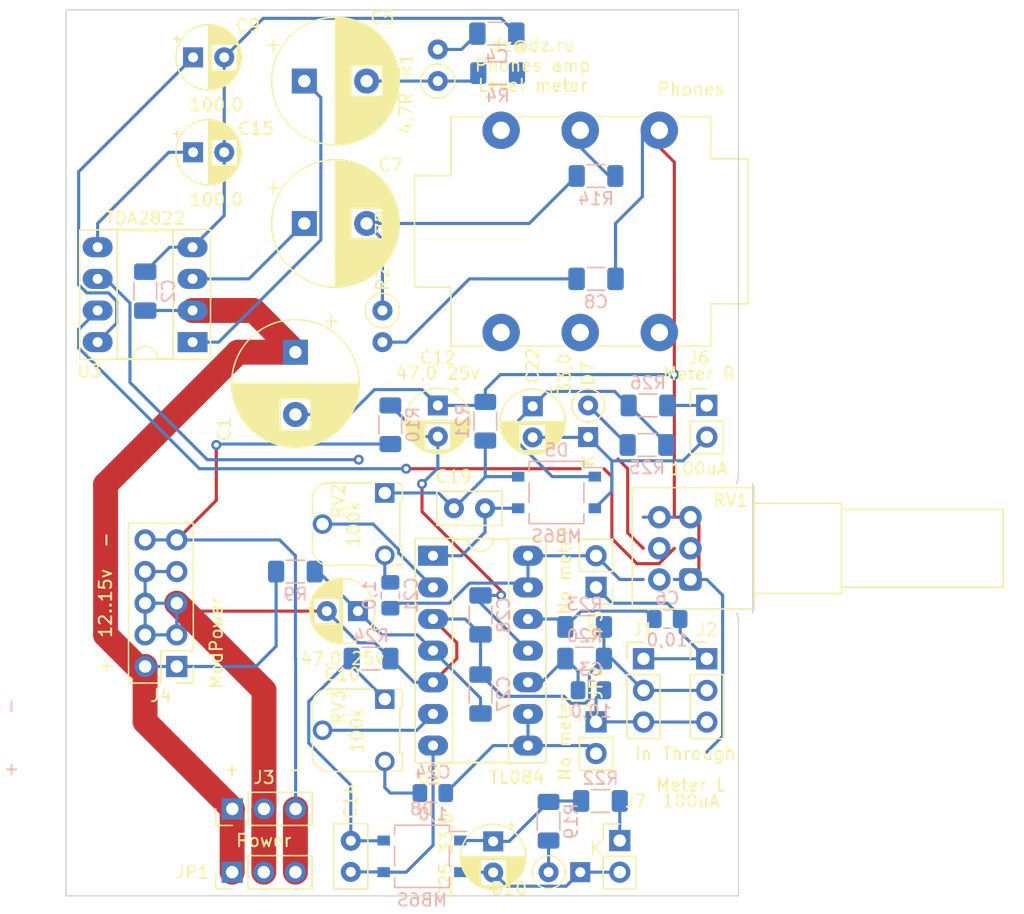
<source format=kicad_pcb>
(kicad_pcb (version 20211014) (generator pcbnew)
  (layers (0 "F.Cu" signal) (31 "B.Cu" signal) (34 "B.Paste" user) (35 "F.Paste" user) (36 "B.SilkS" user "B.Silkscreen") (37 "F.SilkS" user "F.Silkscreen") (38 "B.Mask" user) (39 "F.Mask" user) (44 "Edge.Cuts" user))
  (net 0 "")
  (net 1 "+15V")
  (net 2 "GND")
  (net 3 "/In L")
  (net 4 "Net-(C3-Pad2)")
  (net 5 "Net-(C4-Pad1)")
  (net 6 "/In R")
  (net 7 "Net-(C6-Pad2)")
  (net 8 "Net-(C7-Pad1)")
  (net 9 "-15V")
  (net 10 "Net-(C10-Pad1)")
  (net 11 "Net-(C12-Pad2)")
  (net 12 "Net-(C5-Pad1)")
  (net 13 "Net-(R4-Pad1)")
  (net 14 "Net-(R14-Pad1)")
  (net 15 "Net-(C8-Pad1)")
  (net 16 "/L")
  (net 17 "Net-(C21-Pad2)")
  (net 18 "Net-(C22-Pad1)")
  (net 19 "Net-(C22-Pad2)")
  (net 20 "Net-(C9-Pad1)")
  (net 21 "Net-(C14-Pad1)")
  (net 22 "/R")
  (net 23 "Net-(D7-Pad2)")
  (net 24 "Net-(C25-Pad1)")
  (net 25 "Net-(C25-Pad2)")
  (net 26 "Net-(J6-Pad1)")
  (net 27 "Net-(J7-Pad1)")
  (net 28 "Net-(C14-Pad2)")
  (net 29 "Net-(C15-Pad1)")
  (net 30 "Net-(C19-Pad1)")
  (net 31 "Net-(D10-Pad2)")
  (net 32 "Net-(C19-Pad2)")
  (net 35 "Net-(C24-Pad2)")
  (net 37 "Net-(R14-Pad2)")
  (net 38 "Net-(R4-Pad2)")
  (net 39 "Net-(RV1-Pad2)")
  (net 40 "Net-(RV1-Pad5)")
  (net 41 "Net-(RV2-Pad2)")
  (net 42 "Net-(RV3-Pad2)")
  (footprint "Capacitor_THT:C_Disc_D5.0mm_W2.5mm_P2.50mm" (layer "F.Cu") (at 248.9 60.325 180)
    (fp_text reference "C19")
    (fp_text value "56")
  )
  (footprint "Capacitor_THT:CP_Radial_D5.0mm_P2.50mm" (layer "F.Cu") (at 225.465 31.75)
    (fp_text reference "C15")
    (fp_text value "100,0")
  )
  (footprint "Capacitor_THT:CP_Radial_D5.0mm_P2.50mm" (layer "F.Cu") (at 249.555 87.059888 -90)
    (fp_text reference "C25")
    (fp_text value "33,0")
  )
  (footprint "Package_DIP:DIP-14_W7.62mm_Socket_LongPads" (layer "F.Cu") (at 244.728173 64.135)
    (fp_text reference "U2")
    (fp_text value "TL084")
  )
  (footprint "Capacitor_THT:CP_Radial_D5.0mm_P2.50mm" (layer "F.Cu") (at 245.11 52.07 -90)
    (fp_text reference "C12")
    (fp_text value "47,0 25v")
  )
  (footprint "Diode_THT:D_DO-35_SOD27_P2.54mm_Vertical_KathodeUp" (layer "F.Cu") (at 257.175 54.61 90)
    (fp_text reference "D7")
    (fp_text value "1N4148" hide)
  )
  (footprint "Connector_PinHeader_2.54mm:PinHeader_1x03_P2.54mm_Vertical" (layer "F.Cu") (at 228.615 84.455 90)
    (fp_text reference "J3")
    (fp_text value "Power")
  )
  (footprint "Connector_Audio:Jack_6.35mm_Neutrik_NMJ6HCD2_Horizontal" (layer "F.Cu") (at 250.19 29.985)
    (fp_text reference "J5")
    (fp_text value "Phones")
  )
  (footprint "Connector_PinHeader_2.54mm:PinHeader_1x03_P2.54mm_Vertical" (layer "F.Cu") (at 266.7 72.405)
    (fp_text reference "J2")
    (fp_text value "Through")
  )
  (footprint "Connector_PinHeader_2.54mm:PinHeader_1x02_P2.54mm_Vertical" (layer "F.Cu") (at 257.81 77.47)
    (fp_text reference "JP2")
    (fp_text value "No meter")
  )
  (footprint "Capacitor_THT:C_Disc_D5.0mm_W2.5mm_P2.50mm" (layer "F.Cu") (at 238.125 89.515 90)
    (fp_text reference "C14")
    (fp_text value "56")
  )
  (footprint "Capacitor_THT:CP_Radial_D10.0mm_P5.00mm" (layer "F.Cu") (at 234.395 26.035)
    (fp_text reference "C5")
    (fp_text value "470,0")
  )
  (footprint "Connector_PinHeader_2.54mm:PinHeader_1x03_P2.54mm_Vertical" (layer "F.Cu") (at 261.62 72.405)
    (fp_text reference "J1")
    (fp_text value "In")
  )
  (footprint "Capacitor_THT:CP_Radial_D5.0mm_P2.50mm" (layer "F.Cu") (at 225.465 24.13)
    (fp_text reference "C9")
    (fp_text value "100,0")
  )
  (footprint "Capacitor_THT:CP_Radial_D10.0mm_P5.00mm" (layer "F.Cu") (at 234.395 37.465)
    (fp_text reference "C7")
    (fp_text value "470,0")
  )
  (footprint "Connector_PinHeader_2.54mm:PinHeader_1x02_P2.54mm_Vertical" (layer "F.Cu") (at 259.715 86.995)
    (fp_text reference "J7")
    (fp_text value "Meter L")
  )
  (footprint "Potentiometer_THT:Potentiometer_Alps_RK097_Dual_Horizontal" (layer "F.Cu") (at 265.39 66.04 180)
    (fp_text reference "RV1")
    (fp_text value "100k")
    (fp_line (start -5 -2.7) (end -5 7.7) (layer "Edge.Cuts") (width 0.1))
  )
  (footprint "Connector_PinHeader_2.54mm:PinHeader_1x02_P2.54mm_Vertical" (layer "F.Cu") (at 266.7 52.07)
    (fp_text reference "J6")
    (fp_text value "Meter R")
  )
  (footprint "Diode_THT:D_DO-35_SOD27_P2.54mm_Vertical_KathodeUp" (layer "F.Cu") (at 256.54 89.535 180)
    (fp_text reference "D10")
    (fp_text value "1N4148" hide)
  )
  (footprint "MountingHole:MountingHole_3.2mm_M3" (layer "F.Cu") (at 265.43 87.63)
    (fp_text reference "H1" hide)
    (fp_text value "MountingHole" hide)
  )
  (footprint "Potentiometer_THT:Potentiometer_Runtron_RM-065_Vertical" (layer "F.Cu") (at 240.855 75.645 -90)
    (fp_text reference "RV3")
    (fp_text value "100k")
  )
  (footprint "Capacitor_THT:CP_Radial_D5.0mm_P2.50mm" (layer "F.Cu") (at 238.695113 68.58 180)
    (fp_text reference "C10")
    (fp_text value "47,0 25v")
  )
  (footprint "Potentiometer_THT:Potentiometer_Runtron_RM-065_Vertical" (layer "F.Cu") (at 240.855 59.095 -90)
    (fp_text reference "RV2")
    (fp_text value "100k")
  )
  (footprint "Capacitor_THT:CP_Radial_D5.0mm_P2.50mm" (layer "F.Cu") (at 252.73 52.134888 -90)
    (fp_text reference "C22")
    (fp_text value "33,0")
  )
  (footprint "MountingHole:MountingHole_3.2mm_M3" (layer "F.Cu") (at 265.43 24.13)
    (fp_text reference "H2" hide)
    (fp_text value "MountingHole" hide)
  )
  (footprint "Capacitor_THT:CP_Radial_D10.0mm_P5.00mm" (layer "F.Cu") (at 233.68 47.797323 -90)
    (fp_text reference "C1")
    (fp_text value "470,0")
  )
  (footprint "Package_DIP:DIP-8_W7.62mm_Socket_LongPads" (layer "F.Cu") (at 225.425 46.99 180)
    (fp_text reference "U3")
    (fp_text value "TDA2822")
  )
  (footprint "Connector_PinHeader_2.54mm:PinHeader_2x05_P2.54mm_Vertical" (layer "F.Cu") (at 224.155 73.025 180)
    (fp_text reference "J4")
    (fp_text value "ModPower")
  )
  (footprint "MountingHole:MountingHole_3.2mm_M3" (layer "F.Cu") (at 219.075 24.13)
    (fp_text reference "H4" hide)
    (fp_text value "MountingHole" hide)
  )
  (footprint "Resistor_THT:R_Axial_DIN0207_L6.3mm_D2.5mm_P2.54mm_Vertical" (layer "F.Cu") (at 245.11 26.035 90)
    (fp_text reference "R1")
    (fp_text value "4,7R")
  )
  (footprint "Connector_PinHeader_2.54mm:PinHeader_1x02_P2.54mm_Vertical" (layer "F.Cu") (at 257.81 66.675 180)
    (fp_text reference "JP3")
    (fp_text value "No meter")
  )
  (footprint "Connector_PinHeader_2.54mm:PinHeader_1x03_P2.54mm_Vertical" (layer "F.Cu") (at 228.6 89.535 90)
    (fp_text reference "JP1")
    (fp_text value "GND Select")
  )
  (footprint "Resistor_THT:R_Axial_DIN0207_L6.3mm_D2.5mm_P2.54mm_Vertical" (layer "F.Cu") (at 240.665 44.45 -90)
    (fp_text reference "R2")
    (fp_text value "4,7R")
  )
  (footprint "MountingHole:MountingHole_3.2mm_M3" (layer "F.Cu") (at 219.075 87.63)
    (fp_text reference "H3" hide)
    (fp_text value "MountingHole" hide)
  )
  (footprint "Capacitor_SMD:C_0805_2012Metric_Pad1.18x1.45mm_HandSolder" (layer "B.Cu") (at 244.7075 83.185 180)
    (fp_text reference "C24")
    (fp_text value "1,0")
  )
  (footprint "Capacitor_SMD:C_0805_2012Metric_Pad1.18x1.45mm_HandSolder" (layer "B.Cu") (at 241.3 67.31 90)
    (fp_text reference "C21")
    (fp_text value "1,0")
  )
  (footprint "Resistor_SMD:R_1206_3216Metric_Pad1.30x1.75mm_HandSolder" (layer "B.Cu") (at 261.975 52.07 180)
    (fp_text reference "R26")
    (fp_text value "9.1k")
  )
  (footprint "Capacitor_SMD:C_1206_3216Metric_Pad1.33x1.80mm_HandSolder" (layer "B.Cu") (at 248.538173 75.235 90)
    (fp_text reference "C27")
    (fp_text value "0,1")
  )
  (footprint "Resistor_SMD:R_1206_3216Metric_Pad1.30x1.75mm_HandSolder" (layer "B.Cu") (at 256.895 69.85 180)
    (fp_text reference "R23")
    (fp_text value "100k")
  )
  (footprint "Package_TO_SOT_SMD:TO-269AA" (layer "B.Cu") (at 254.635 59.055 180)
    (fp_text reference "D5")
    (fp_text value "MB6S")
  )
  (footprint "Resistor_SMD:R_1206_3216Metric_Pad1.30x1.75mm_HandSolder" (layer "B.Cu") (at 239.75 72.39 180)
    (fp_text reference "R24")
    (fp_text value "560")
  )
  (footprint "Capacitor_SMD:C_1206_3216Metric_Pad1.33x1.80mm_HandSolder" (layer "B.Cu") (at 221.625 42.8975 90)
    (fp_text reference "C2")
    (fp_text value "0,1")
  )
  (footprint "Resistor_SMD:R_1206_3216Metric_Pad1.30x1.75mm_HandSolder" (layer "B.Cu") (at 256.895 72.39 180)
    (fp_text reference "R20")
    (fp_text value "100k")
  )
  (footprint "Capacitor_SMD:C_0805_2012Metric_Pad1.18x1.45mm_HandSolder" (layer "B.Cu") (at 263.525 69.215 180)
    (fp_text reference "C6")
    (fp_text value "10,0")
  )
  (footprint "Package_TO_SOT_SMD:TO-269AA" (layer "B.Cu") (at 243.84 88.265 180)
    (fp_text reference "D8")
    (fp_text value "MB6S")
  )
  (footprint "Capacitor_SMD:C_1206_3216Metric_Pad1.33x1.80mm_HandSolder" (layer "B.Cu") (at 257.81 41.91)
    (fp_text reference "C8")
    (fp_text value "0,1")
  )
  (footprint "Capacitor_SMD:C_1206_3216Metric_Pad1.33x1.80mm_HandSolder" (layer "B.Cu") (at 249.8475 22.225)
    (fp_text reference "C4")
    (fp_text value "0,1")
  )
  (footprint "Resistor_SMD:R_1206_3216Metric_Pad1.30x1.75mm_HandSolder" (layer "B.Cu") (at 257.81 33.655)
    (fp_text reference "R14")
    (fp_text value "120")
  )
  (footprint "Resistor_SMD:R_1206_3216Metric_Pad1.30x1.75mm_HandSolder" (layer "B.Cu") (at 258.165 83.82 180)
    (fp_text reference "R22")
    (fp_text value "9.1k")
  )
  (footprint "Resistor_SMD:R_1206_3216Metric_Pad1.30x1.75mm_HandSolder" (layer "B.Cu") (at 261.9 55.245)
    (fp_text reference "R25")
    (fp_text value "560")
  )
  (footprint "Capacitor_SMD:C_0805_2012Metric_Pad1.18x1.45mm_HandSolder" (layer "B.Cu") (at 257.4075 74.93 180)
    (fp_text reference "C3")
    (fp_text value "10,0")
  )
  (footprint "Resistor_SMD:R_1206_3216Metric_Pad1.30x1.75mm_HandSolder" (layer "B.Cu") (at 248.92 53.34 -90)
    (fp_text reference "R21")
    (fp_text value "560")
  )
  (footprint "Resistor_SMD:R_1206_3216Metric_Pad1.30x1.75mm_HandSolder" (layer "B.Cu") (at 233.68 65.405)
    (fp_text reference "R9")
    (fp_text value "100")
  )
  (footprint "Resistor_SMD:R_1206_3216Metric_Pad1.30x1.75mm_HandSolder" (layer "B.Cu") (at 254 85.445 90)
    (fp_text reference "R19")
    (fp_text value "560")
  )
  (footprint "Capacitor_SMD:C_1206_3216Metric_Pad1.33x1.80mm_HandSolder" (layer "B.Cu") (at 248.538173 68.885 90)
    (fp_text reference "C28")
    (fp_text value "0,1")
  )
  (footprint "Resistor_SMD:R_1206_3216Metric_Pad1.30x1.75mm_HandSolder" (layer "B.Cu") (at 241.3 53.62 90)
    (fp_text reference "R10")
    (fp_text value "100")
  )
  (footprint "Resistor_SMD:R_1206_3216Metric_Pad1.30x1.75mm_HandSolder" (layer "B.Cu") (at 249.91 25.4)
    (fp_text reference "R4")
    (fp_text value "120")
  )
  (gr_line (start 269.24 20.32) (end 215.265 20.32) (layer "Edge.Cuts") (width 0.1))
  (gr_line (start 269.095 58.34) (end 269.24 57.785) (layer "Edge.Cuts") (width 0.1))
  (gr_line (start 215.265 20.32) (end 215.265 91.44) (layer "Edge.Cuts") (width 0.1))
  (gr_line (start 269.24 91.44) (end 269.24 69.215) (layer "Edge.Cuts") (width 0.1))
  (gr_line (start 269.24 57.785) (end 269.24 20.32) (layer "Edge.Cuts") (width 0.1))
  (gr_line (start 269.24 69.215) (end 269.095 68.74) (layer "Edge.Cuts") (width 0.1))
  (gr_line (start 215.265 91.44) (end 269.24 91.44) (layer "Edge.Cuts") (width 0.1))
  (gr_text "-" (at 210.815 76.205 90) (layer "B.SilkS") (effects (font (size 1 1)) (justify mirror)))
  (gr_text "+" (at 210.815 81.285 90) (layer "B.SilkS") (effects (font (size 1 1))))
  (gr_text "12..15v" (at 218.435 67.95 90) (layer "F.SilkS") (effects (font (size 1 1))))
  (gr_text "100uA" (at 266.065 57.15) (layer "F.SilkS") (effects (font (size 1 1))))
  (gr_text "+" (at 228.585 81.28) (layer "F.SilkS") (effects (font (size 1 1))))
  (gr_text "-" (at 233.68 81.28) (layer "F.SilkS") (effects (font (size 1 1))))
  (gr_text "100uA" (at 265.43 83.82) (layer "F.SilkS") (effects (font (size 1 1))))
  (gr_text "dz@dz.ru\nPhones amp\nLevel meter" (at 252.73 24.765) (layer "F.SilkS") (effects (font (size 1 1))))
  (gr_text "-" (at 218.435 62.87 90) (layer "F.SilkS") (effects (font (size 1 1))))
  (gr_text "+" (at 218.435 73.015 90) (layer "F.SilkS") (effects (font (size 1 1))))
  (segment (start 230.332677 44.45) (end 225.425 44.45) (width 2) (layer "F.Cu") (net 1))
  (segment (start 218.44 70.485) (end 220.98 73.025) (width 2) (layer "F.Cu") (net 1))
  (segment (start 233.68 47.797323) (end 230.332677 44.45) (width 2) (layer "F.Cu") (net 1))
  (segment (start 228.6 89.535) (end 228.6 84.47) (width 2) (layer "F.Cu") (net 1))
  (segment (start 229.062677 47.797323) (end 218.44 58.42) (width 2) (layer "F.Cu") (net 1))
  (segment (start 228.615 84.455) (end 221.615 77.455) (width 2) (layer "F.Cu") (net 1))
  (segment (start 218.44 58.42) (end 218.44 70.485) (width 2) (layer "F.Cu") (net 1))
  (segment (start 228.6 84.47) (end 228.615 84.455) (width 2) (layer "F.Cu") (net 1))
  (segment (start 221.615 77.455) (end 221.615 73.025) (width 2) (layer "F.Cu") (net 1))
  (segment (start 233.68 47.797323) (end 229.062677 47.797323) (width 2) (layer "F.Cu") (net 1))
  (segment (start 232.13 65.405) (end 232.13 71.4) (width 0.25) (layer "B.Cu") (net 1))
  (segment (start 224.155 73.025) (end 221.615 73.025) (width 0.25) (layer "B.Cu") (net 1))
  (segment (start 230.505 73.025) (end 224.155 73.025) (width 0.25) (layer "B.Cu") (net 1))
  (segment (start 225.425 44.45) (end 221.635 44.45) (width 0.25) (layer "B.Cu") (net 1))
  (segment (start 221.635 44.45) (end 221.625 44.46) (width 0.25) (layer "B.Cu") (net 1))
  (segment (start 232.13 71.4) (end 230.505 73.025) (width 0.25) (layer "B.Cu") (net 1))
  (segment (start 231.155 74.945) (end 224.155 67.945) (width 2) (layer "F.Cu") (net 2))
  (segment (start 244.728173 69.215) (end 246.633173 71.12) (width 0.25) (layer "F.Cu") (net 2))
  (segment (start 266.065 66.066016) (end 266.065 61.595) (width 0.25) (layer "F.Cu") (net 2))
  (segment (start 231.14 89.535) (end 231.14 84.47) (width 2) (layer "F.Cu") (net 2))
  (segment (start 264.095 41.845) (end 264.095 32.545) (width 0.25) (layer "F.Cu") (net 2))
  (segment (start 236.195113 68.58) (end 224.79 68.58) (width 0.25) (layer "F.Cu") (net 2))
  (segment (start 246.633173 72.39) (end 244.728173 74.295) (width 0.25) (layer "F.Cu") (net 2))
  (segment (start 231.155 84.455) (end 231.155 74.945) (width 2) (layer "F.Cu") (net 2))
  (segment (start 264.095 61.04) (end 264.095 49.595) (width 0.25) (layer "F.Cu") (net 2))
  (segment (start 224.79 68.58) (end 224.155 67.945) (width 0.25) (layer "F.Cu") (net 2))
  (segment (start 231.14 84.47) (end 231.155 84.455) (width 2) (layer "F.Cu") (net 2))
  (segment (start 266.065 61.595) (end 265.51 61.04) (width 0.25) (layer "F.Cu") (net 2))
  (segment (start 246.633173 71.12) (end 246.633173 72.39) (width 0.25) (layer "F.Cu") (net 2))
  (segment (start 265.51 61.04) (end 264.095 61.04) (width 0.25) (layer "F.Cu") (net 2))
  (segment (start 264.095 49.595) (end 264.095 41.845) (width 0.25) (layer "F.Cu") (net 2))
  (segment (start 264.095 32.545) (end 261.535 29.985) (width 0.25) (layer "F.Cu") (net 2))
  (via (at 264.095 49.595) (size 0.8) (drill 0.4) (layers "F.Cu" "B.Cu") (net 2))
  (segment (start 258.445 72.39) (end 258.445 69.85) (width 0.25) (layer "B.Cu") (net 2))
  (segment (start 221.615 67.945) (end 224.155 67.945) (width 0.25) (layer "B.Cu") (net 2))
  (segment (start 248.92 50.8) (end 250.125 49.595) (width 0.25) (layer "B.Cu") (net 2))
  (segment (start 238.735113 71.12) (end 240.03 71.12) (width 0.25) (layer "B.Cu") (net 2))
  (segment (start 257.2825 73.5525) (end 258.445 72.39) (width 0.25) (layer "B.Cu") (net 2))
  (segment (start 231.095 21) (end 250.185 21) (width 0.25) (layer "B.Cu") (net 2))
  (segment (start 227.965 36.83) (end 225.425 39.37) (width 0.25) (layer "B.Cu") (net 2))
  (segment (start 247.305673 69.215) (end 248.538173 70.4475) (width 0.25) (layer "B.Cu") (net 2))
  (segment (start 221.615 65.405) (end 224.155 65.405) (width 0.25) (layer "B.Cu") (net 2))
  (segment (start 255.234327 75.42) (end 255.794327 75.98) (width 0.25) (layer "B.Cu") (net 2))
  (segment (start 259.065 72.39) (end 261.62 74.945) (width 0.25) (layer "B.Cu") (net 2))
  (segment (start 257.2825 75.643173) (end 257.2825 73.5525) (width 0.25) (layer "B.Cu") (net 2))
  (segment (start 261.535 29.985) (end 261.535 35.3025) (width 0.25) (layer "B.Cu") (net 2))
  (segment (start 244.728173 69.215) (end 247.305673 69.215) (width 0.25) (layer "B.Cu") (net 2))
  (segment (start 223.59 39.37) (end 225.425 39.37) (width 0.25) (layer "B.Cu") (net 2))
  (segment (start 258.445 72.39) (end 259.065 72.39) (width 0.25) (layer "B.Cu") (net 2))
  (segment (start 241.3 72.39) (end 243.205 74.295) (width 0.25) (layer "B.Cu") (net 2))
  (segment (start 221.605 70.475) (end 221.615 70.485) (width 0.25) (layer "B.Cu") (net 2))
  (segment (start 255.794327 75.98) (end 256.945673 75.98) (width 0.25) (layer "B.Cu") (net 2))
  (segment (start 238.032677 52.797323) (end 240.03 50.8) (width 0.25) (layer "B.Cu") (net 2))
  (segment (start 227.965 24.13) (end 227.965 31.75) (width 0.25) (layer "B.Cu") (net 2))
  (segment (start 250.125 49.595) (end 264.095 49.595) (width 0.25) (layer "B.Cu") (net 2))
  (segment (start 243.84 50.8) (end 245.11 52.07) (width 0.25) (layer "B.Cu") (net 2))
  (segment (start 256.945673 75.98) (end 257.2825 75.643173) (width 0.25) (layer "B.Cu") (net 2))
  (segment (start 227.965 24.13) (end 231.095 21) (width 0.25) (layer "B.Cu") (net 2))
  (segment (start 243.205 74.295) (end 244.728173 74.295) (width 0.25) (layer "B.Cu") (net 2))
  (segment (start 240.03 71.12) (end 241.3 72.39) (width 0.25) (layer "B.Cu") (net 2))
  (segment (start 250.285673 75.42) (end 255.234327 75.42) (width 0.25) (layer "B.Cu") (net 2))
  (segment (start 240.03 50.8) (end 243.84 50.8) (width 0.25) (layer "B.Cu") (net 2))
  (segment (start 249.040673 73.17) (end 248.538173 73.6725) (width 0.25) (layer "B.Cu") (net 2))
  (segment (start 245.11 52.07) (end 248.64 52.07) (width 0.25) (layer "B.Cu") (net 2))
  (segment (start 266.7 74.945) (end 261.62 74.945) (width 0.25) (layer "B.Cu") (net 2))
  (segment (start 227.965 31.75) (end 227.965 36.83) (width 0.25) (layer "B.Cu") (net 2))
  (segment (start 248.538173 73.6725) (end 250.285673 75.42) (width 0.25) (layer "B.Cu") (net 2))
  (segment (start 259.3725 41.91) (end 259.3725 37.465) (width 0.25) (layer "B.Cu") (net 2))
  (segment (start 248.92 51.79) (end 248.92 50.8) (width 0.25) (layer "B.Cu") (net 2))
  (segment (start 233.68 52.797323) (end 238.032677 52.797323) (width 0.25) (layer "B.Cu") (net 2))
  (segment (start 250.185 21) (end 251.41 22.225) (width 0.25) (layer "B.Cu") (net 2))
  (segment (start 221.615 70.485) (end 224.155 70.485) (width 0.25) (layer "B.Cu") (net 2))
  (segment (start 221.625 41.335) (end 223.59 39.37) (width 0.25) (layer "B.Cu") (net 2))
  (segment (start 236.195113 68.58) (end 238.735113 71.12) (width 0.25) (layer "B.Cu") (net 2))
  (segment (start 221.615 67.945) (end 221.615 70.485) (width 0.25) (layer "B.Cu") (net 2))
  (segment (start 261.595 61.04) (end 264.095 61.04) (width 0.25) (layer "B.Cu") (net 2))
  (segment (start 224.155 70.485) (end 224.155 67.945) (width 0.25) (layer "B.Cu") (net 2))
  (segment (start 248.538173 73.6725) (end 248.538173 70.4475) (width 0.25) (layer "B.Cu") (net 2))
  (segment (start 221.615 67.945) (end 221.615 65.405) (width 0.25) (layer "B.Cu") (net 2))
  (segment (start 261.535 35.3025) (end 259.3725 37.465) (width 0.25) (layer "B.Cu") (net 2))
  (segment (start 248.64 52.07) (end 248.92 51.79) (width 0.25) (layer "B.Cu") (net 2))
  (segment (start 258.445 74.93) (end 257.81 75.565) (width 0.25) (layer "B.Cu") (net 3))
  (segment (start 261.605 77.47) (end 261.62 77.485) (width 0.25) (layer "B.Cu") (net 3))
  (segment (start 257.81 75.565) (end 257.81 77.47) (width 0.25) (layer "B.Cu") (net 3))
  (segment (start 266.7 77.485) (end 261.62 77.485) (width 0.25) (layer "B.Cu") (net 3))
  (segment (start 257.81 77.47) (end 261.605 77.47) (width 0.25) (layer "B.Cu") (net 3))
  (segment (start 252.348173 74.295) (end 253.44 74.295) (width 0.25) (layer "B.Cu") (net 4))
  (segment (start 256.37 74.93) (end 256.37 73.415) (width 0.25) (layer "B.Cu") (net 4))
  (segment (start 253.44 74.295) (end 255.345 72.39) (width 0.25) (layer "B.Cu") (net 4))
  (segment (start 256.37 73.415) (end 255.345 72.39) (width 0.25) (layer "B.Cu") (net 4))
  (segment (start 248.285 22.225) (end 247.015 23.495) (width 0.25) (layer "B.Cu") (net 5))
  (segment (start 247.015 23.495) (end 245.11 23.495) (width 0.25) (layer "B.Cu") (net 5))
  (segment (start 264.5625 70.2675) (end 266.7 72.405) (width 0.25) (layer "B.Cu") (net 6))
  (segment (start 263.525 67.945) (end 264.5625 68.9825) (width 0.25) (layer "B.Cu") (net 6))
  (segment (start 264.5625 69.215) (end 264.5625 70.2675) (width 0.25) (layer "B.Cu") (net 6))
  (segment (start 264.5625 68.9825) (end 264.5625 69.215) (width 0.25) (layer "B.Cu") (net 6))
  (segment (start 257.81 66.675) (end 259.08 67.945) (width 0.25) (layer "B.Cu") (net 6))
  (segment (start 266.7 72.405) (end 261.62 72.405) (width 0.25) (layer "B.Cu") (net 6))
  (segment (start 259.08 67.945) (end 263.525 67.945) (width 0.25) (layer "B.Cu") (net 6))
  (segment (start 256.615 68.58) (end 261.8525 68.58) (width 0.25) (layer "B.Cu") (net 7))
  (segment (start 254.71 69.215) (end 255.345 69.85) (width 0.25) (layer "B.Cu") (net 7))
  (segment (start 261.8525 68.58) (end 262.4875 69.215) (width 0.25) (layer "B.Cu") (net 7))
  (segment (start 252.348173 69.215) (end 254.71 69.215) (width 0.25) (layer "B.Cu") (net 7))
  (segment (start 255.345 69.85) (end 256.615 68.58) (width 0.25) (layer "B.Cu") (net 7))
  (segment (start 225.425 41.91) (end 229.95 41.91) (width 0.25) (layer "B.Cu") (net 8))
  (segment (start 229.95 41.91) (end 234.395 37.465) (width 0.25) (layer "B.Cu") (net 8))
  (segment (start 227.33 55.245) (end 227.33 59.69) (width 0.25) (layer "F.Cu") (net 9))
  (segment (start 227.33 59.69) (end 224.155 62.865) (width 0.25) (layer "F.Cu") (net 9))
  (segment (start 233.68 84.47) (end 233.695 84.455) (width 2) (layer "F.Cu") (net 9))
  (segment (start 233.68 89.535) (end 233.68 84.47) (width 2) (layer "F.Cu") (net 9))
  (via (at 227.33 55.245) (size 0.8) (drill 0.4) (layers "F.Cu" "B.Cu") (net 9))
  (segment (start 241.3 55.17) (end 227.405 55.17) (width 0.25) (layer "B.Cu") (net 9))
  (segment (start 221.615 62.865) (end 224.155 62.865) (width 0.25) (layer "B.Cu") (net 9))
  (segment (start 232.41 62.865) (end 224.155 62.865) (width 0.25) (layer "B.Cu") (net 9))
  (segment (start 233.695 72.405) (end 233.68 72.39) (width 0.25) (layer "B.Cu") (net 9))
  (segment (start 233.695 84.455) (end 233.695 72.405) (width 0.25) (layer "B.Cu") (net 9))
  (segment (start 233.68 64.135) (end 232.41 62.865) (width 0.25) (layer "B.Cu") (net 9))
  (segment (start 227.405 55.17) (end 227.33 55.245) (width 0.25) (layer "B.Cu") (net 9))
  (segment (start 233.68 72.39) (end 233.68 64.135) (width 0.25) (layer "B.Cu") (net 9))
  (segment (start 248.538173 75.565) (end 248.538173 76.7975) (width 0.25) (layer "B.Cu") (net 10))
  (segment (start 244.728173 71.755) (end 248.538173 75.565) (width 0.25) (layer "B.Cu") (net 10))
  (segment (start 238.695113 68.58) (end 240.600113 70.485) (width 0.25) (layer "B.Cu") (net 10))
  (segment (start 235.520113 65.405) (end 238.695113 68.58) (width 0.25) (layer "B.Cu") (net 10))
  (segment (start 235.23 65.405) (end 235.520113 65.405) (width 0.25) (layer "B.Cu") (net 10))
  (segment (start 243.458173 70.485) (end 244.728173 71.755) (width 0.25) (layer "B.Cu") (net 10))
  (segment (start 240.600113 70.485) (end 243.458173 70.485) (width 0.25) (layer "B.Cu") (net 10))
  (segment (start 250.19 67.31) (end 250.19 66.946827) (width 0.25) (layer "F.Cu") (net 11))
  (segment (start 250.19 66.946827) (end 243.84 60.596827) (width 0.25) (layer "F.Cu") (net 11))
  (segment (start 243.84 58.3705) (end 243.84 60.596827) (width 0.25) (layer "F.Cu") (net 11))
  (via (at 243.84 58.3705) (size 0.8) (drill 0.4) (layers "F.Cu" "B.Cu") (net 11))
  (via (at 250.19 67.31) (size 0.8) (drill 0.4) (layers "F.Cu" "B.Cu") (net 11))
  (segment (start 250.1775 67.3225) (end 250.19 67.31) (width 0.25) (layer "B.Cu") (net 11))
  (segment (start 248.538173 67.3225) (end 248.538173 67.945) (width 0.25) (layer "B.Cu") (net 11))
  (segment (start 248.538173 67.3225) (end 250.1775 67.3225) (width 0.25) (layer "B.Cu") (net 11))
  (segment (start 248.538173 67.945) (end 252.348173 71.755) (width 0.25) (layer "B.Cu") (net 11))
  (segment (start 241.3 52.07) (end 243.8 54.57) (width 0.25) (layer "B.Cu") (net 11))
  (segment (start 243.8 54.57) (end 245.11 54.57) (width 0.25) (layer "B.Cu") (net 11))
  (segment (start 245.11 57.1005) (end 243.84 58.3705) (width 0.25) (layer "B.Cu") (net 11))
  (segment (start 245.11 54.57) (end 245.11 57.1005) (width 0.25) (layer "B.Cu") (net 11))
  (segment (start 235.72 38.79) (end 235.72 27.36) (width 0.25) (layer "B.Cu") (net 12))
  (segment (start 225.425 46.99) (end 227.52 46.99) (width 0.25) (layer "B.Cu") (net 12))
  (segment (start 235.72 27.36) (end 234.395 26.035) (width 0.25) (layer "B.Cu") (net 12))
  (segment (start 227.52 46.99) (end 235.72 38.79) (width 0.25) (layer "B.Cu") (net 12))
  (segment (start 247.725 26.035) (end 248.36 25.4) (width 0.25) (layer "B.Cu") (net 13))
  (segment (start 239.395 26.035) (end 245.11 26.035) (width 0.25) (layer "B.Cu") (net 13))
  (segment (start 245.11 26.035) (end 247.725 26.035) (width 0.25) (layer "B.Cu") (net 13))
  (segment (start 239.395 37.465) (end 252.45 37.465) (width 0.25) (layer "B.Cu") (net 14))
  (segment (start 240.665 38.735) (end 239.395 37.465) (width 0.25) (layer "B.Cu") (net 14))
  (segment (start 240.665 44.45) (end 240.665 38.735) (width 0.25) (layer "B.Cu") (net 14))
  (segment (start 252.45 37.465) (end 256.26 33.655) (width 0.25) (layer "B.Cu") (net 14))
  (segment (start 242.57 46.99) (end 247.65 41.91) (width 0.25) (layer "B.Cu") (net 15))
  (segment (start 240.665 46.99) (end 242.57 46.99) (width 0.25) (layer "B.Cu") (net 15))
  (segment (start 247.65 41.91) (end 256.2475 41.91) (width 0.25) (layer "B.Cu") (net 15))
  (segment (start 266.7 66.04) (end 264.095 66.04) (width 0.25) (layer "B.Cu") (net 16))
  (segment (start 252.348173 79.375) (end 257.175 79.375) (width 0.25) (layer "B.Cu") (net 16))
  (segment (start 252.348173 76.835) (end 252.348173 79.375) (width 0.25) (layer "B.Cu") (net 16))
  (segment (start 249.555 79.375) (end 252.348173 79.375) (width 0.25) (layer "B.Cu") (net 16))
  (segment (start 257.175 79.375) (end 257.81 80.01) (width 0.25) (layer "B.Cu") (net 16))
  (segment (start 267.97 67.31) (end 266.7 66.04) (width 0.25) (layer "B.Cu") (net 16))
  (segment (start 267.97 78.615) (end 267.97 67.31) (width 0.25) (layer "B.Cu") (net 16))
  (segment (start 245.745 83.185) (end 249.555 79.375) (width 0.25) (layer "B.Cu") (net 16))
  (segment (start 266.67 79.915) (end 267.97 78.615) (width 0.25) (layer "B.Cu") (net 16))
  (segment (start 252.348173 79.756827) (end 252.348173 79.375) (width 0.25) (layer "B.Cu") (net 16))
  (segment (start 240.855 65.8275) (end 241.3 66.2725) (width 0.25) (layer "B.Cu") (net 17))
  (segment (start 240.855 64.095) (end 240.855 65.8275) (width 0.25) (layer "B.Cu") (net 17))
  (segment (start 252.665112 52.07) (end 252.73 52.134888) (width 0.25) (layer "B.Cu") (net 18))
  (segment (start 251.605 53.259888) (end 252.73 52.134888) (width 0.25) (layer "B.Cu") (net 18))
  (segment (start 260.425 52.07) (end 263.45 55.095) (width 0.25) (layer "B.Cu") (net 18))
  (segment (start 254.289121 57.785) (end 251.605 55.100879) (width 0.25) (layer "B.Cu") (net 18))
  (segment (start 263.45 55.095) (end 263.45 55.245) (width 0.25) (layer "B.Cu") (net 18))
  (segment (start 259.3 50.945) (end 260.425 52.07) (width 0.25) (layer "B.Cu") (net 18))
  (segment (start 253.919888 50.945) (end 259.3 50.945) (width 0.25) (layer "B.Cu") (net 18))
  (segment (start 251.605 55.100879) (end 251.605 53.259888) (width 0.25) (layer "B.Cu") (net 18))
  (segment (start 252.73 52.134888) (end 253.919888 50.945) (width 0.25) (layer "B.Cu") (net 18))
  (segment (start 257.71 57.785) (end 254.289121 57.785) (width 0.25) (layer "B.Cu") (net 18))
  (segment (start 252.73 54.634888) (end 257.150112 54.634888) (width 0.25) (layer "B.Cu") (net 19))
  (segment (start 259.08 56.515) (end 264.795 56.515) (width 0.25) (layer "B.Cu") (net 19))
  (segment (start 266.7 54.61) (end 264.795 56.515) (width 0.25) (layer "B.Cu") (net 19))
  (segment (start 252.705112 54.61) (end 252.73 54.634888) (width 0.25) (layer "B.Cu") (net 19))
  (segment (start 259.08 58.955) (end 259.08 56.515) (width 0.25) (layer "B.Cu") (net 19))
  (segment (start 257.71 60.325) (end 259.08 58.955) (width 0.25) (layer "B.Cu") (net 19))
  (segment (start 257.175 54.61) (end 259.08 56.515) (width 0.25) (layer "B.Cu") (net 19))
  (segment (start 257.150112 54.634888) (end 257.175 54.61) (width 0.25) (layer "B.Cu") (net 19))
  (segment (start 216.93901 43.035) (end 216.28 42.37599) (width 0.25) (layer "B.Cu") (net 20))
  (segment (start 219.33 45.465) (end 219.33 43.69401) (width 0.25) (layer "B.Cu") (net 20))
  (segment (start 216.28 42.37599) (end 216.28 33.315) (width 0.25) (layer "B.Cu") (net 20))
  (segment (start 219.33 43.69401) (end 218.67099 43.035) (width 0.25) (layer "B.Cu") (net 20))
  (segment (start 217.805 46.99) (end 219.33 45.465) (width 0.25) (layer "B.Cu") (net 20))
  (segment (start 218.67099 43.035) (end 216.93901 43.035) (width 0.25) (layer "B.Cu") (net 20))
  (segment (start 216.28 33.315) (end 225.465 24.13) (width 0.25) (layer "B.Cu") (net 20))
  (segment (start 244.728173 87.376827) (end 242.57 89.535) (width 0.25) (layer "B.Cu") (net 21))
  (segment (start 240.745 89.515) (end 240.765 89.535) (width 0.25) (layer "B.Cu") (net 21))
  (segment (start 244.728173 79.375) (end 244.728173 87.376827) (width 0.25) (layer "B.Cu") (net 21))
  (segment (start 244.708173 79.355) (end 244.728173 79.375) (width 0.25) (layer "B.Cu") (net 21))
  (segment (start 242.57 89.535) (end 240.765 89.535) (width 0.25) (layer "B.Cu") (net 21))
  (segment (start 238.125 89.515) (end 240.745 89.515) (width 0.25) (layer "B.Cu") (net 21))
  (segment (start 252.348173 64.135) (end 252.348173 66.675) (width 0.25) (layer "B.Cu") (net 22))
  (segment (start 252.008173 66.335) (end 247.65 66.335) (width 0.25) (layer "B.Cu") (net 22))
  (segment (start 259.715 66.04) (end 261.595 66.04) (width 0.25) (layer "B.Cu") (net 22))
  (segment (start 252.348173 64.135) (end 257.81 64.135) (width 0.25) (layer "B.Cu") (net 22))
  (segment (start 247.65 66.335) (end 246.04 67.945) (width 0.25) (layer "B.Cu") (net 22))
  (segment (start 252.348173 66.675) (end 252.008173 66.335) (width 0.25) (layer "B.Cu") (net 22))
  (segment (start 241.7025 67.945) (end 241.3 68.3475) (width 0.25) (layer "B.Cu") (net 22))
  (segment (start 246.04 67.945) (end 241.7025 67.945) (width 0.25) (layer "B.Cu") (net 22))
  (segment (start 257.81 64.135) (end 259.715 66.04) (width 0.25) (layer "B.Cu") (net 22))
  (segment (start 260.35 55.245) (end 257.175 52.07) (width 0.25) (layer "B.Cu") (net 23))
  (segment (start 249.490112 86.995) (end 249.555 87.059888) (width 0.25) (layer "B.Cu") (net 24))
  (segment (start 246.915 86.995) (end 249.490112 86.995) (width 0.25) (layer "B.Cu") (net 24))
  (segment (start 250.835112 87.059888) (end 254 83.895) (width 0.25) (layer "B.Cu") (net 24))
  (segment (start 254.075 83.82) (end 254 83.895) (width 0.25) (layer "B.Cu") (net 24))
  (segment (start 256.615 83.82) (end 254.075 83.82) (width 0.25) (layer "B.Cu") (net 24))
  (segment (start 249.555 87.059888) (end 250.835112 87.059888) (width 0.25) (layer "B.Cu") (net 24))
  (segment (start 249.530112 89.535) (end 249.555 89.559888) (width 0.25) (layer "B.Cu") (net 25))
  (segment (start 255.415 90.66) (end 250.655112 90.66) (width 0.25) (layer "B.Cu") (net 25))
  (segment (start 256.54 89.535) (end 255.415 90.66) (width 0.25) (layer "B.Cu") (net 25))
  (segment (start 246.915 89.535) (end 249.530112 89.535) (width 0.25) (layer "B.Cu") (net 25))
  (segment (start 259.715 89.535) (end 256.54 89.535) (width 0.25) (layer "B.Cu") (net 25))
  (segment (start 250.655112 90.66) (end 249.555 89.559888) (width 0.25) (layer "B.Cu") (net 25))
  (segment (start 266.7 52.07) (end 263.525 52.07) (width 0.25) (layer "B.Cu") (net 26))
  (segment (start 259.715 83.82) (end 259.715 86.995) (width 0.25) (layer "B.Cu") (net 27))
  (segment (start 238.125 87.015) (end 238.125 82.55) (width 0.25) (layer "B.Cu") (net 28))
  (segment (start 234.75 79.175) (end 234.75 75.84) (width 0.25) (layer "B.Cu") (net 28))
  (segment (start 240.745 87.015) (end 240.765 86.995) (width 0.25) (layer "B.Cu") (net 28))
  (segment (start 234.75 75.84) (end 238.2 72.39) (width 0.25) (layer "B.Cu") (net 28))
  (segment (start 238.125 82.55) (end 234.75 79.175) (width 0.25) (layer "B.Cu") (net 28))
  (segment (start 238.125 87.015) (end 240.745 87.015) (width 0.25) (layer "B.Cu") (net 28))
  (segment (start 238.2 72.99) (end 238.2 72.39) (width 0.25) (layer "B.Cu") (net 28))
  (segment (start 240.855 75.645) (end 238.2 72.99) (width 0.25) (layer "B.Cu") (net 28))
  (segment (start 238.125 87.015) (end 237.51 87.015) (width 0.25) (layer "B.Cu") (net 28))
  (segment (start 223.52 31.75) (end 217.805 37.465) (width 0.25) (layer "B.Cu") (net 29))
  (segment (start 217.805 37.465) (end 217.805 39.37) (width 0.25) (layer "B.Cu") (net 29))
  (segment (start 225.465 31.75) (end 223.52 31.75) (width 0.25) (layer "B.Cu") (net 29))
  (segment (start 244.728173 64.135) (end 247.015 64.135) (width 0.25) (layer "B.Cu") (net 30))
  (segment (start 247.015 64.135) (end 248.9 62.25) (width 0.25) (layer "B.Cu") (net 30))
  (segment (start 248.9 60.325) (end 251.56 60.325) (width 0.25) (layer "B.Cu") (net 30))
  (segment (start 248.9 62.25) (end 248.9 60.325) (width 0.25) (layer "B.Cu") (net 30))
  (segment (start 254 89.535) (end 254 86.995) (width 0.25) (layer "B.Cu") (net 31))
  (segment (start 240.855 59.095) (end 245.17 59.095) (width 0.25) (layer "B.Cu") (net 32))
  (segment (start 248.92 57.785) (end 248.93 57.795) (width 0.25) (layer "B.Cu") (net 32))
  (segment (start 248.94 57.785) (end 248.93 57.795) (width 0.25) (layer "B.Cu") (net 32))
  (segment (start 248.92 54.89) (end 248.92 57.785) (width 0.25) (layer "B.Cu") (net 32))
  (segment (start 251.56 57.785) (end 248.94 57.785) (width 0.25) (layer "B.Cu") (net 32))
  (segment (start 245.17 59.095) (end 246.4 60.325) (width 0.25) (layer "B.Cu") (net 32))
  (segment (start 248.93 57.795) (end 246.4 60.325) (width 0.25) (layer "B.Cu") (net 32))
  (segment (start 241.3 83.185) (end 243.67 83.185) (width 0.25) (layer "B.Cu") (net 35))
  (segment (start 240.855 82.74) (end 241.3 83.185) (width 0.25) (layer "B.Cu") (net 35))
  (segment (start 240.855 80.645) (end 240.855 82.74) (width 0.25) (layer "B.Cu") (net 35))
  (segment (start 258.855 33.655) (end 259.36 33.655) (width 0.25) (layer "B.Cu") (net 37))
  (segment (start 255.185 29.985) (end 258.855 33.655) (width 0.25) (layer "B.Cu") (net 37))
  (segment (start 255.27 29.9) (end 255.185 29.985) (width 0.25) (layer "B.Cu") (net 37))
  (segment (start 248.84 29.98) (end 248.835 29.985) (width 0.25) (layer "B.Cu") (net 38))
  (segment (start 242.57 57.15) (end 256.54 57.15) (width 0.25) (layer "F.Cu") (net 39))
  (via (at 242.57 57.15) (size 0.8) (drill 0.4) (layers "F.Cu" "B.Cu") (net 39))
  (segment (start 216.28 47.45599) (end 225.97401 57.15) (width 0.25) (layer "B.Cu") (net 39))
  (segment (start 216.28 45.975) (end 216.28 47.45599) (width 0.25) (layer "B.Cu") (net 39))
  (segment (start 217.805 44.45) (end 216.28 45.975) (width 0.25) (layer "B.Cu") (net 39))
  (segment (start 225.97401 57.15) (end 242.57 57.15) (width 0.25) (layer "B.Cu") (net 39))
  (segment (start 260.35 62.295) (end 260.35 57.15) (width 0.25) (layer "F.Cu") (net 40))
  (segment (start 259.08 57.785) (end 259.08 62.757412) (width 0.25) (layer "F.Cu") (net 40))
  (segment (start 260.35 57.15) (end 259.57 56.37) (width 0.25) (layer "F.Cu") (net 40))
  (segment (start 261.595 63.54) (end 260.35 62.295) (width 0.25) (layer "F.Cu") (net 40))
  (segment (start 258.445 57.15) (end 259.08 57.785) (width 0.25) (layer "F.Cu") (net 40))
  (segment (start 261.092588 64.77) (end 262.865 64.77) (width 0.25) (layer "F.Cu") (net 40))
  (segment (start 262.865 64.77) (end 264.095 63.54) (width 0.25) (layer "F.Cu") (net 40))
  (segment (start 259.08 62.757412) (end 261.092588 64.77) (width 0.25) (layer "F.Cu") (net 40))
  (via (at 238.76 56.4255) (size 0.8) (drill 0.4) (layers "F.Cu" "B.Cu") (net 40))
  (segment (start 218.455 41.91) (end 220.4 43.855) (width 0.25) (layer "B.Cu") (net 40))
  (segment (start 226.6055 56.4255) (end 238.76 56.4255) (width 0.25) (layer "B.Cu") (net 40))
  (segment (start 217.805 41.91) (end 218.455 41.91) (width 0.25) (layer "B.Cu") (net 40))
  (segment (start 220.4 50.22) (end 226.6055 56.4255) (width 0.25) (layer "B.Cu") (net 40))
  (segment (start 220.4 43.855) (end 220.4 50.22) (width 0.25) (layer "B.Cu") (net 40))
  (segment (start 241.96 63.906827) (end 244.728173 66.675) (width 0.25) (layer "B.Cu") (net 41))
  (segment (start 235.855 61.595) (end 239.917706 61.595) (width 0.25) (layer "B.Cu") (net 41))
  (segment (start 239.917706 61.595) (end 241.96 63.637294) (width 0.25) (layer "B.Cu") (net 41))
  (segment (start 241.96 63.637294) (end 241.96 63.906827) (width 0.25) (layer "B.Cu") (net 41))
  (segment (start 235.855 78.145) (end 243.418173 78.145) (width 0.25) (layer "B.Cu") (net 42))
  (segment (start 243.418173 78.145) (end 244.728173 76.835) (width 0.25) (layer "B.Cu") (net 42))
)
</source>
